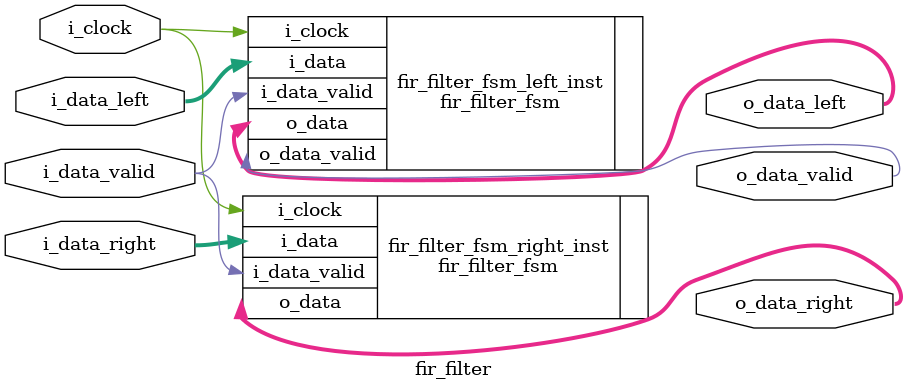
<source format=v>
module fir_filter #(
  parameter integer SP_FLOATING_POINT_BIT_WIDTH = 32
)(
  input  wire                                    i_clock,
  input  wire                                    i_data_valid,
  input  wire [SP_FLOATING_POINT_BIT_WIDTH-1:0]  i_data_left,
  input  wire [SP_FLOATING_POINT_BIT_WIDTH-1:0]  i_data_right,
  output wire                                    o_data_valid,
  output wire [SP_FLOATING_POINT_BIT_WIDTH-1:0]  o_data_left,
  output wire [SP_FLOATING_POINT_BIT_WIDTH-1:0]  o_data_right
);

  fir_filter_fsm #(
    .SP_FLOATING_POINT_BIT_WIDTH (SP_FLOATING_POINT_BIT_WIDTH)
  ) fir_filter_fsm_left_inst (
    .i_clock      (i_clock),
    .i_data_valid (i_data_valid),
    .i_data       (i_data_left),
    .o_data_valid (o_data_valid),
    .o_data       (o_data_left)
  );

  fir_filter_fsm #(
    .SP_FLOATING_POINT_BIT_WIDTH (SP_FLOATING_POINT_BIT_WIDTH)
  ) fir_filter_fsm_right_inst (
    .i_clock      (i_clock),
    .i_data_valid (i_data_valid),
    .i_data       (i_data_right),
    .o_data       (o_data_right)
  );

endmodule

</source>
